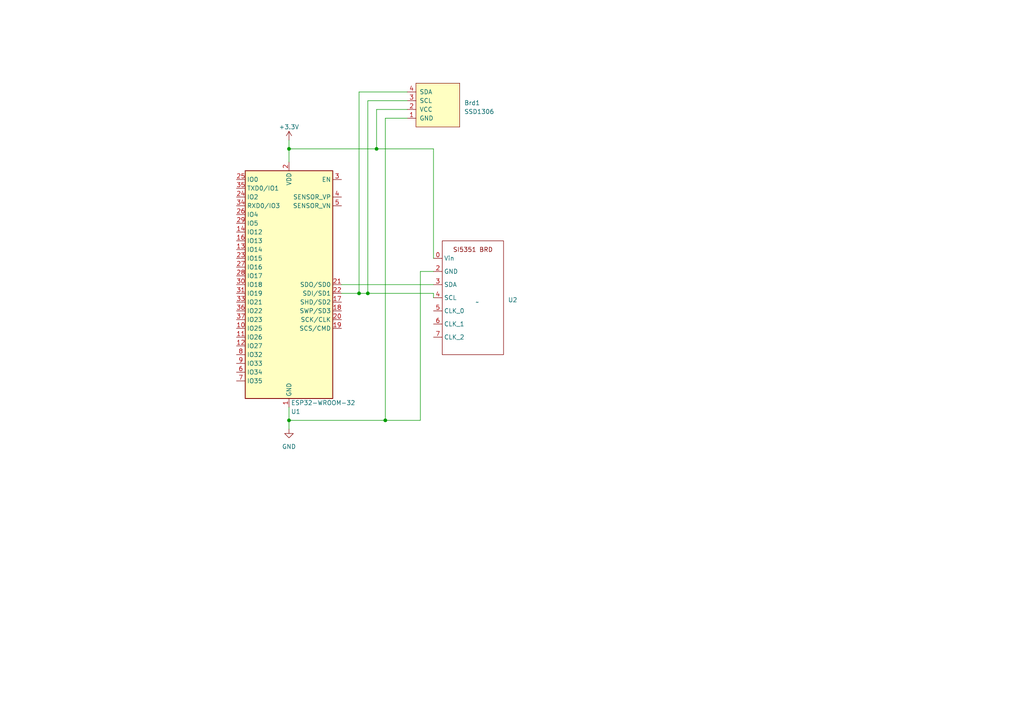
<source format=kicad_sch>
(kicad_sch (version 20230121) (generator eeschema)
  (paper "A4")
  (lib_symbols
    (symbol "ILoveHamRadio:SI5351_Breakout_Board"
      (property "Reference" "U" (at 0 0 0))
      (symbol "SI5351_Breakout_Board_0_1"
        (rectangle (start -10.16 17.78) (end 7.62 -15.24))
      )
      (symbol "SI5351_Breakout_Board_1_1"
        (text "SI5351 BRD" (at -1.27 15.24 0) (effects (font (size 1.27 1.27))))
        (pin input line (at -12.7 12.7 0) (length 2.54) (name "Vin") (number "0"))
        (pin input line (at -12.7 8.89 0) (length 2.54) (name "GND") (number "2"))
        (pin input line (at -12.7 5.08 0) (length 2.54) (name "SDA") (number "3"))
        (pin input line (at -12.7 1.27 0) (length 2.54) (name "SCL") (number "4"))
        (pin output line (at -12.7 -2.54 0) (length 2.54) (name "CLK_0") (number "5"))
        (pin output line (at -12.7 -6.35 0) (length 2.54) (name "CLK_1") (number "6"))
        (pin output line (at -12.7 -10.16 0) (length 2.54) (name "CLK_2") (number "7"))
      )
    )
    (symbol "RF_Module:ESP32-WROOM-32"
      (property "Reference" "U" (at -12.7 34.29 0))
      (property "Value" "ESP32-WROOM-32" (at 1.27 34.29 0))
      (symbol "ESP32-WROOM-32_0_1"
        (rectangle (start -12.7 33.02) (end 12.7 -33.02) (stroke (width 0.254)) (fill (type background)))
      )
      (symbol "ESP32-WROOM-32_1_1"
        (pin power_in line (at 0 -35.56 90) (length 2.54) (name "GND") (number "1"))
        (pin bidirectional line (at 15.24 -12.7 180) (length 2.54) (name "IO25") (number "10"))
        (pin bidirectional line (at 15.24 -15.24 180) (length 2.54) (name "IO26") (number "11"))
        (pin bidirectional line (at 15.24 -17.78 180) (length 2.54) (name "IO27") (number "12"))
        (pin bidirectional line (at 15.24 10.16 180) (length 2.54) (name "IO14") (number "13"))
        (pin bidirectional line (at 15.24 15.24 180) (length 2.54) (name "IO12") (number "14"))
        (pin passive line (at 0 -35.56 90) (length 2.54) hide (name "GND") (number "15"))
        (pin bidirectional line (at 15.24 12.7 180) (length 2.54) (name "IO13") (number "16"))
        (pin bidirectional line (at -15.24 -5.08 0) (length 2.54) (name "SHD/SD2") (number "17"))
        (pin bidirectional line (at -15.24 -7.62 0) (length 2.54) (name "SWP/SD3") (number "18"))
        (pin bidirectional line (at -15.24 -12.7 0) (length 2.54) (name "SCS/CMD") (number "19"))
        (pin power_in line (at 0 35.56 270) (length 2.54) (name "VDD") (number "2"))
        (pin bidirectional line (at -15.24 -10.16 0) (length 2.54) (name "SCK/CLK") (number "20"))
        (pin bidirectional line (at -15.24 0 0) (length 2.54) (name "SDO/SD0") (number "21"))
        (pin bidirectional line (at -15.24 -2.54 0) (length 2.54) (name "SDI/SD1") (number "22"))
        (pin bidirectional line (at 15.24 7.62 180) (length 2.54) (name "IO15") (number "23"))
        (pin bidirectional line (at 15.24 25.4 180) (length 2.54) (name "IO2") (number "24"))
        (pin bidirectional line (at 15.24 30.48 180) (length 2.54) (name "IO0") (number "25"))
        (pin bidirectional line (at 15.24 20.32 180) (length 2.54) (name "IO4") (number "26"))
        (pin bidirectional line (at 15.24 5.08 180) (length 2.54) (name "IO16") (number "27"))
        (pin bidirectional line (at 15.24 2.54 180) (length 2.54) (name "IO17") (number "28"))
        (pin bidirectional line (at 15.24 17.78 180) (length 2.54) (name "IO5") (number "29"))
        (pin input line (at -15.24 30.48 0) (length 2.54) (name "EN") (number "3"))
        (pin bidirectional line (at 15.24 0 180) (length 2.54) (name "IO18") (number "30"))
        (pin bidirectional line (at 15.24 -2.54 180) (length 2.54) (name "IO19") (number "31"))
        (pin no_connect line (at -12.7 -27.94 0) (length 2.54) hide (name "NC") (number "32"))
        (pin bidirectional line (at 15.24 -5.08 180) (length 2.54) (name "IO21") (number "33"))
        (pin bidirectional line (at 15.24 22.86 180) (length 2.54) (name "RXD0/IO3") (number "34"))
        (pin bidirectional line (at 15.24 27.94 180) (length 2.54) (name "TXD0/IO1") (number "35"))
        (pin bidirectional line (at 15.24 -7.62 180) (length 2.54) (name "IO22") (number "36"))
        (pin bidirectional line (at 15.24 -10.16 180) (length 2.54) (name "IO23") (number "37"))
        (pin passive line (at 0 -35.56 90) (length 2.54) hide (name "GND") (number "38"))
        (pin passive line (at 0 -35.56 90) (length 2.54) hide (name "GND") (number "39"))
        (pin input line (at -15.24 25.4 0) (length 2.54) (name "SENSOR_VP") (number "4"))
        (pin input line (at -15.24 22.86 0) (length 2.54) (name "SENSOR_VN") (number "5"))
        (pin input line (at 15.24 -25.4 180) (length 2.54) (name "IO34") (number "6"))
        (pin input line (at 15.24 -27.94 180) (length 2.54) (name "IO35") (number "7"))
        (pin bidirectional line (at 15.24 -20.32 180) (length 2.54) (name "IO32") (number "8"))
        (pin bidirectional line (at 15.24 -22.86 180) (length 2.54) (name "IO33") (number "9"))
      )
    )
    (symbol "SSD1306-128x64_OLED:SSD1306" (pin_names (offset 1.016))
      (property "Reference" "Brd" (at 0 -3.81 0))
      (property "Value" "SSD1306" (at 0 -1.27 0))
      (symbol "SSD1306_0_1"
        (rectangle (start -6.35 6.35) (end 6.35 -6.35) (fill (type background)))
      )
      (symbol "SSD1306_1_1"
        (pin input line (at -3.81 8.89 270) (length 2.54) (name "GND") (number "1"))
        (pin input line (at -1.27 8.89 270) (length 2.54) (name "VCC") (number "2"))
        (pin input line (at 1.27 8.89 270) (length 2.54) (name "SCL") (number "3"))
        (pin input line (at 3.81 8.89 270) (length 2.54) (name "SDA") (number "4"))
      )
    )
    (symbol "power:+3.3V" (power) (pin_names (offset 0))
      (property "Value" "+3.3V" (at 0 3.556 0))
      (symbol "+3.3V_0_1"
        (polyline (pts (xy -0.762 1.27) (xy 0 2.54)))
        (polyline (pts (xy 0 0) (xy 0 2.54)))
        (polyline (pts (xy 0 2.54) (xy 0.762 1.27)))
      )
      (symbol "+3.3V_1_1"
        (pin power_in line (at 0 0 90) (length 0) hide (name "+3.3V") (number "1"))
      )
    )
    (symbol "power:GND" (power) (pin_names (offset 0))
      (property "Value" "GND" (at 0 -3.81 0))
      (symbol "GND_0_1"
        (polyline (pts (xy 0 0) (xy 0 -1.27) (xy 1.27 -1.27) (xy 0 -2.54) (xy -1.27 -1.27) (xy 0 -1.27)))
      )
      (symbol "GND_1_1"
        (pin power_in line (at 0 0 270) (length 0) hide (name "GND") (number "1"))
      )
    )
  )
  (junction (at 109.22 43.18))
  (junction (at 83.82 121.92))
  (junction (at 104.14 85.09))
  (junction (at 106.68 85.09))
  (junction (at 111.76 121.92))
  (junction (at 83.82 43.18))
  (wire (pts (xy 125.73 43.18) (xy 109.22 43.18)))
  (wire (pts (xy 83.82 40.64) (xy 83.82 43.18)))
  (wire (pts (xy 99.06 82.55) (xy 125.73 82.55)))
  (wire (pts (xy 118.11 29.21) (xy 106.68 29.21)))
  (wire (pts (xy 106.68 29.21) (xy 106.68 85.09)))
  (wire (pts (xy 109.22 43.18) (xy 83.82 43.18)))
  (wire (pts (xy 121.92 78.74) (xy 121.92 121.92)))
  (wire (pts (xy 104.14 26.67) (xy 104.14 85.09)))
  (wire (pts (xy 125.73 78.74) (xy 121.92 78.74)))
  (wire (pts (xy 111.76 121.92) (xy 83.82 121.92)))
  (wire (pts (xy 83.82 121.92) (xy 83.82 124.46)))
  (wire (pts (xy 83.82 43.18) (xy 83.82 46.99)))
  (wire (pts (xy 104.14 85.09) (xy 106.68 85.09)))
  (wire (pts (xy 111.76 34.29) (xy 111.76 121.92)))
  (wire (pts (xy 99.06 85.09) (xy 104.14 85.09)))
  (wire (pts (xy 118.11 26.67) (xy 104.14 26.67)))
  (wire (pts (xy 83.82 118.11) (xy 83.82 121.92)))
  (wire (pts (xy 121.92 121.92) (xy 111.76 121.92)))
  (wire (pts (xy 125.73 85.09) (xy 125.73 86.36)))
  (wire (pts (xy 109.22 31.75) (xy 109.22 43.18)))
  (wire (pts (xy 118.11 31.75) (xy 109.22 31.75)))
  (wire (pts (xy 106.68 85.09) (xy 125.73 85.09)))
  (wire (pts (xy 118.11 34.29) (xy 111.76 34.29)))
  (wire (pts (xy 125.73 43.18) (xy 125.73 74.93)))
  (symbol (lib_id "SSD1306-128x64_OLED:SSD1306") (at 127 30.48 90) (unit 1)
    (property "Reference" "Brd1" (at 134.62 29.845 90) (effects (justify right)))
    (property "Value" "SSD1306" (at 134.62 32.385 90) (effects (justify right)))
  )
  (symbol (lib_id "power:+3.3V") (at 83.82 40.64 0) (unit 1)
    (property "Reference" "#PWR01" (effects hide))
    (property "Value" "+3.3V" (at 83.82 36.83 0))
  )
  (symbol (lib_id "ILoveHamRadio:SI5351_Breakout_Board") (at 138.43 87.63 0) (unit 1)
    (property "Reference" "U2" (at 147.32 86.995 0) (effects (justify left)))
    (property "Value" "~" (at 138.43 87.63 0))
  )
  (symbol (lib_id "power:GND") (at 83.82 124.46 0) (unit 1)
    (property "Reference" "#PWR02" (effects hide))
    (property "Value" "GND" (at 83.82 129.54 0))
  )
  (symbol (lib_id "RF_Module:ESP32-WROOM-32") (at 83.82 82.55 0) (mirror y) (unit 1)
    (property "Reference" "U1" (at 84.4041 119.38 0) (effects (justify right)))
    (property "Value" "ESP32-WROOM-32" (at 84.4041 116.84 0) (effects (justify right)))
    (property "Footprint" "RF_Module:ESP32-WROOM-32" (effects hide))
    (property "Datasheet" "https://www.espressif.com/sites/default/files/documentation/esp32-wroom-32_datasheet_en.pdf" (effects hide))
  )
)
</source>
